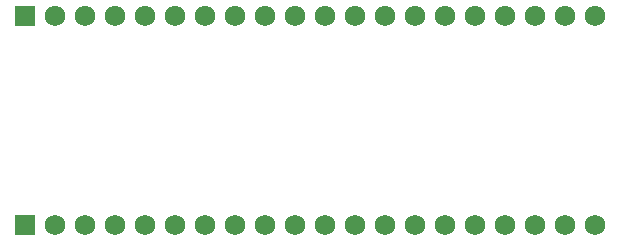
<source format=gbs>
G04 Layer: BottomSolderMaskLayer*
G04 EasyEDA v6.5.42, 2024-04-10 10:33:45*
G04 677a2e3dccde402284f6343da6576b70,88035802e6a84ff2a66c0cebeecd398b,10*
G04 Gerber Generator version 0.2*
G04 Scale: 100 percent, Rotated: No, Reflected: No *
G04 Dimensions in millimeters *
G04 leading zeros omitted , absolute positions ,4 integer and 5 decimal *
%FSLAX45Y45*%
%MOMM*%

%AMMACRO1*1,1,$1,$2,$3*1,1,$1,$4,$5*1,1,$1,0-$2,0-$3*1,1,$1,0-$4,0-$5*20,1,$1,$2,$3,$4,$5,0*20,1,$1,$4,$5,0-$2,0-$3,0*20,1,$1,0-$2,0-$3,0-$4,0-$5,0*20,1,$1,0-$4,0-$5,$2,$3,0*4,1,4,$2,$3,$4,$5,0-$2,0-$3,0-$4,0-$5,$2,$3,0*%
%ADD10MACRO1,0.1016X-0.825X0.825X0.825X0.825*%
%ADD11C,1.7516*%
%ADD12C,1.6096*%

%LPD*%
D10*
G01*
X901700Y11887200D03*
D11*
G01*
X1155700Y11887200D03*
G01*
X1409700Y11887200D03*
G01*
X1663700Y11887200D03*
G01*
X1917700Y11887200D03*
G01*
X2171700Y11887200D03*
G01*
X2425700Y11887200D03*
G01*
X2679700Y11887200D03*
G01*
X2933700Y11887200D03*
G01*
X3187700Y11887200D03*
G01*
X3441700Y11887200D03*
G01*
X3695700Y11887200D03*
G01*
X3949700Y11887200D03*
G01*
X4203700Y11887200D03*
G01*
X4457700Y11887200D03*
G01*
X4711700Y11887200D03*
G01*
X4965700Y11887200D03*
G01*
X5219700Y11887200D03*
G01*
X5473700Y11887200D03*
G01*
X5727700Y11887200D03*
D10*
G01*
X901700Y10121900D03*
D11*
G01*
X1155700Y10121900D03*
G01*
X1409700Y10121900D03*
G01*
X1663700Y10121900D03*
G01*
X1917700Y10121900D03*
G01*
X2171700Y10121900D03*
G01*
X2425700Y10121900D03*
G01*
X2679700Y10121900D03*
G01*
X2933700Y10121900D03*
G01*
X3187700Y10121900D03*
G01*
X3441700Y10121900D03*
G01*
X3695700Y10121900D03*
G01*
X3949700Y10121900D03*
G01*
X4203700Y10121900D03*
G01*
X4457700Y10121900D03*
G01*
X4711700Y10121900D03*
G01*
X4965700Y10121900D03*
G01*
X5219700Y10121900D03*
G01*
X5473700Y10121900D03*
G01*
X5727700Y10121900D03*
D12*
G01*
X899007Y10117810D03*
G01*
X1153007Y10117810D03*
G01*
X1407007Y10117810D03*
G01*
X1661007Y10117810D03*
G01*
X1915007Y10117810D03*
G01*
X2169007Y10117810D03*
G01*
X2423007Y10117810D03*
G01*
X2677007Y10117810D03*
G01*
X2931007Y10117810D03*
G01*
X3185007Y10117810D03*
G01*
X3439007Y10117810D03*
G01*
X3693007Y10117810D03*
G01*
X3947007Y10117810D03*
G01*
X4201007Y10117810D03*
G01*
X4455007Y10117810D03*
G01*
X4709007Y10117810D03*
G01*
X4963007Y10117810D03*
G01*
X5217007Y10117810D03*
G01*
X5471007Y10117810D03*
G01*
X5725007Y10117810D03*
G01*
X899007Y11895810D03*
G01*
X1153007Y11895810D03*
G01*
X1407007Y11895810D03*
G01*
X1661007Y11895810D03*
G01*
X1915007Y11895810D03*
G01*
X2169007Y11895810D03*
G01*
X2423007Y11895810D03*
G01*
X2677007Y11895810D03*
G01*
X2931007Y11895810D03*
G01*
X3185007Y11895810D03*
G01*
X3439007Y11895810D03*
G01*
X3693007Y11895810D03*
G01*
X3947007Y11895810D03*
G01*
X4201007Y11895810D03*
G01*
X4455007Y11895810D03*
G01*
X4709007Y11895810D03*
G01*
X4963007Y11895810D03*
G01*
X5217007Y11895810D03*
G01*
X5471007Y11895810D03*
G01*
X5725007Y11895810D03*
M02*

</source>
